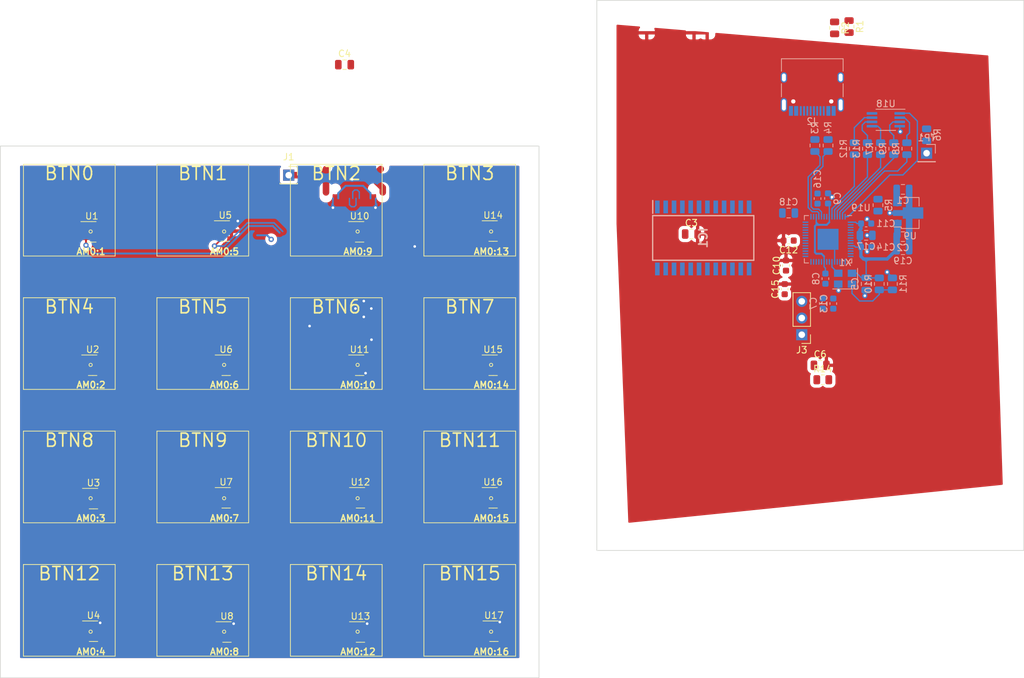
<source format=kicad_pcb>
(kicad_pcb (version 20211014) (generator pcbnew)

  (general
    (thickness 1.6)
  )

  (paper "A4")
  (layers
    (0 "F.Cu" signal)
    (31 "B.Cu" signal)
    (34 "B.Paste" user)
    (35 "F.Paste" user)
    (36 "B.SilkS" user "B.Silkscreen")
    (37 "F.SilkS" user "F.Silkscreen")
    (38 "B.Mask" user)
    (39 "F.Mask" user)
    (40 "Dwgs.User" user "User.Drawings")
    (41 "Cmts.User" user "User.Comments")
    (44 "Edge.Cuts" user)
    (45 "Margin" user)
    (46 "B.CrtYd" user "B.Courtyard")
    (47 "F.CrtYd" user "F.Courtyard")
    (48 "B.Fab" user)
    (49 "F.Fab" user)
  )

  (setup
    (stackup
      (layer "F.SilkS" (type "Top Silk Screen"))
      (layer "F.Paste" (type "Top Solder Paste"))
      (layer "F.Mask" (type "Top Solder Mask") (thickness 0.01))
      (layer "F.Cu" (type "copper") (thickness 0.035))
      (layer "dielectric 1" (type "core") (thickness 1.51) (material "FR4") (epsilon_r 4.5) (loss_tangent 0.02))
      (layer "B.Cu" (type "copper") (thickness 0.035))
      (layer "B.Mask" (type "Bottom Solder Mask") (thickness 0.01))
      (layer "B.Paste" (type "Bottom Solder Paste"))
      (layer "B.SilkS" (type "Bottom Silk Screen"))
      (copper_finish "None")
      (dielectric_constraints no)
    )
    (pad_to_mask_clearance 0)
    (pcbplotparams
      (layerselection 0x00010fc_ffffffff)
      (disableapertmacros false)
      (usegerberextensions false)
      (usegerberattributes true)
      (usegerberadvancedattributes true)
      (creategerberjobfile true)
      (svguseinch false)
      (svgprecision 6)
      (excludeedgelayer true)
      (plotframeref false)
      (viasonmask false)
      (mode 1)
      (useauxorigin false)
      (hpglpennumber 1)
      (hpglpenspeed 20)
      (hpglpendiameter 15.000000)
      (dxfpolygonmode true)
      (dxfimperialunits true)
      (dxfusepcbnewfont true)
      (psnegative false)
      (psa4output false)
      (plotreference true)
      (plotvalue true)
      (plotinvisibletext false)
      (sketchpadsonfab false)
      (subtractmaskfromsilk false)
      (outputformat 1)
      (mirror false)
      (drillshape 1)
      (scaleselection 1)
      (outputdirectory "")
    )
  )

  (net 0 "")
  (net 1 "/AM0:1")
  (net 2 "/AM0:0")
  (net 3 "+5V")
  (net 4 "GND")
  (net 5 "/RP2040/GPIO1")
  (net 6 "/RP2040/GPIO2")
  (net 7 "/RP2040/GPIO3")
  (net 8 "/RP2040/GPIO4")
  (net 9 "/RP2040/GPIO5")
  (net 10 "/RP2040/GPIO6")
  (net 11 "/RP2040/GPIO7")
  (net 12 "/RP2040/GPIO8")
  (net 13 "/RP2040/GPIO9")
  (net 14 "/RP2040/GPIO10")
  (net 15 "/RP2040/GPIO11")
  (net 16 "/RP2040/GPIO12")
  (net 17 "/RP2040/GPIO13")
  (net 18 "/RP2040/GPIO14")
  (net 19 "/RP2040/GPIO15")
  (net 20 "/RP2040/RUN")
  (net 21 "/RP2040/GPIO16")
  (net 22 "/RP2040/GPIO17")
  (net 23 "/RP2040/GPIO22")
  (net 24 "/RP2040/GPIO23")
  (net 25 "/RP2040/GPIO24")
  (net 26 "/RP2040/GPIO25")
  (net 27 "/RP2040/ADC0 - GPIO26")
  (net 28 "/RP2040/ADC1 - GPIO27")
  (net 29 "/RP2040/ADC2 - GPIO28")
  (net 30 "/RP2040/ADC3 - GPIO29")
  (net 31 "Net-(J2-PadA5)")
  (net 32 "Net-(J2-PadA6)")
  (net 33 "/AM0:5")
  (net 34 "/AM0:4")
  (net 35 "/AM0:3")
  (net 36 "/AM0:2")
  (net 37 "/AM0:7")
  (net 38 "/AM0:6")
  (net 39 "/AM0:15")
  (net 40 "/AM0:14")
  (net 41 "/AM0:13")
  (net 42 "/AM0:12")
  (net 43 "/AM0:11")
  (net 44 "/AM0:10")
  (net 45 "/AM0:9")
  (net 46 "/AM0:8")
  (net 47 "Net-(J2-PadA7)")
  (net 48 "unconnected-(J2-PadA8)")
  (net 49 "Net-(J2-PadB5)")
  (net 50 "unconnected-(J2-PadB8)")
  (net 51 "Net-(R5-Pad2)")
  (net 52 "Net-(U18-Pad2)")
  (net 53 "Net-(U18-Pad3)")
  (net 54 "Net-(U18-Pad5)")
  (net 55 "Net-(U18-Pad6)")
  (net 56 "Net-(U18-Pad7)")
  (net 57 "/RP2040/3v3")
  (net 58 "Net-(U19-Pad20)")
  (net 59 "unconnected-(U19-Pad21)")
  (net 60 "/RP2040/1v1")
  (net 61 "/RP2040/SWCLK")
  (net 62 "/RP2040/SWD")
  (net 63 "/RP2040/USB_D-")
  (net 64 "/RP2040/USB_D+")
  (net 65 "/A0")
  (net 66 "/A1")
  (net 67 "/A3")
  (net 68 "/A2")
  (net 69 "/~{E}")
  (net 70 "Net-(U19-Pad51)")
  (net 71 "Net-(U19-Pad52)")
  (net 72 "Net-(U19-Pad53)")
  (net 73 "Net-(U19-Pad54)")
  (net 74 "Net-(U19-Pad55)")
  (net 75 "Net-(R10-Pad2)")
  (net 76 "/RP2040/~{BOOT_SEL}")
  (net 77 "/shield")

  (footprint "Package_TO_SOT_SMD:SOT-23" (layer "F.Cu") (at 120.015 72.39))

  (footprint "void_switch:VoidSwitch_1u_SMD" (layer "F.Cu") (at 96.139 89.408))

  (footprint "Package_TO_SOT_SMD:SOT-23" (layer "F.Cu") (at 59.182 92.71))

  (footprint "Package_TO_SOT_SMD:SOT-23" (layer "F.Cu") (at 59.055 72.39))

  (footprint "void_switch:VoidSwitch_1u_SMD" (layer "F.Cu") (at 96.139 109.728))

  (footprint "Capacitor_SMD:C_0805_2012Metric" (layer "F.Cu") (at 169.8 72.4))

  (footprint "Package_TO_SOT_SMD:SOT-23" (layer "F.Cu") (at 120.015 92.583))

  (footprint "Resistor_SMD:R_0805_2012Metric" (layer "F.Cu") (at 170.2 74.6))

  (footprint "Capacitor_SMD:C_0603_1608Metric" (layer "F.Cu") (at 164.6 57.2 90))

  (footprint "void_switch:VoidSwitch_1u_SMD" (layer "F.Cu") (at 116.459 69.088))

  (footprint "Package_TO_SOT_SMD:SOT-23" (layer "F.Cu") (at 58.928 52.07))

  (footprint "Package_TO_SOT_SMD:SOT-23" (layer "F.Cu") (at 79.502 113.03))

  (footprint "void_switch:VoidSwitch_1u_SMD" (layer "F.Cu") (at 55.499 109.728))

  (footprint "Capacitor_SMD:C_0603_1608Metric" (layer "F.Cu") (at 164.4 60.8 90))

  (footprint "Package_TO_SOT_SMD:SOT-23" (layer "F.Cu") (at 99.822 92.583))

  (footprint "Package_TO_SOT_SMD:SOT-23" (layer "F.Cu") (at 120.142 112.903))

  (footprint "Capacitor_SMD:C_0805_2012Metric" (layer "F.Cu") (at 150.2 52.4))

  (footprint "void_switch:VoidSwitch_1u_SMD" (layer "F.Cu") (at 55.499 48.768))

  (footprint "void_switch:VoidSwitch_1u_SMD" (layer "F.Cu") (at 75.819 109.728))

  (footprint "Resistor_SMD:R_0805_2012Metric" (layer "F.Cu") (at 172 21 -90))

  (footprint "Capacitor_SMD:C_0805_2012Metric" (layer "F.Cu") (at 97.4 26.6))

  (footprint "void_switch:VoidSwitch_1u_SMD" (layer "F.Cu") (at 116.459 89.408))

  (footprint "Package_TO_SOT_SMD:SOT-23" (layer "F.Cu") (at 120.015 51.943))

  (footprint "void_switch:VoidSwitch_1u_SMD" (layer "F.Cu") (at 55.499 69.088))

  (footprint "void_switch:VoidSwitch_1u_SMD" (layer "F.Cu") (at 75.819 69.088))

  (footprint "void_switch:VoidSwitch_1u_SMD" (layer "F.Cu") (at 96.139 69.088))

  (footprint "void_switch:VoidSwitch_1u_SMD" (layer "F.Cu") (at 96.139 48.768))

  (footprint "Capacitor_SMD:C_0603_1608Metric" (layer "F.Cu") (at 165 53.4 180))

  (footprint "void_switch:VoidSwitch_1u_SMD" (layer "F.Cu") (at 116.459 109.728))

  (footprint "Package_TO_SOT_SMD:SOT-23" (layer "F.Cu") (at 79.248 51.943))

  (footprint "Package_TO_SOT_SMD:SOT-23" (layer "F.Cu") (at 99.695 52.07))

  (footprint "Package_TO_SOT_SMD:SOT-23" (layer "F.Cu") (at 59.182 112.903))

  (footprint "void_switch:VoidSwitch_1u_SMD" (layer "F.Cu") (at 75.819 89.408))

  (footprint "Package_TO_SOT_SMD:SOT-23" (layer "F.Cu") (at 79.375 72.39))

  (footprint "void_switch:VoidSwitch_1u_SMD" (layer "F.Cu") (at 55.499 89.408))

  (footprint "Resistor_SMD:R_0805_2012Metric" (layer "F.Cu") (at 174.2 20.8 -90))

  (footprint "Package_TO_SOT_SMD:SOT-23" (layer "F.Cu") (at 99.822 113.03))

  (footprint "Connector_PinSocket_2.54mm:PinSocket_1x01_P2.54mm_Vertical" (layer "F.Cu") (at 88.9 43.434))

  (footprint "void_switch:VoidSwitch_1u_SMD" (layer "F.Cu") (at 116.459 48.768))

  (footprint "Package_TO_SOT_SMD:SOT-23" (layer "F.Cu") (at 79.375 92.583))

  (footprint "void_switch:VoidSwitch_1u_SMD" (layer "F.Cu") (at 75.819 48.768))

  (footprint "Connector_PinHeader_2.54mm:PinHeader_1x03_P2.54mm_Vertical" (layer "F.Cu") (at 167 67.74 180))

  (footprint "Package_TO_SOT_SMD:SOT-23" (layer "F.Cu") (at 99.695 72.39))

  (footprint "Capacitor_SMD:C_0603_1608Metric" (layer "B.Cu") (at 170.2 62.975 -90))

  (footprint "Package_DFN_QFN:QFN-56-1EP_7x7mm_P0.4mm_EP3.2x3.2mm" (layer "B.Cu") (at 171 53.2 180))

  (footprint "Resistor_SMD:R_0805_2012Metric" (layer "B.Cu") (at 171 38.9125 -90))

  (footprint "Resistor_SMD:R_0805_2012Metric" (layer "B.Cu") (at 181 39.4 -90))

  (footprint "Capacitor_SMD:C_0805_2012Metric" (layer "B.Cu") (at 165 49.2 180))

  (footprint "Package_SO:MSOP-8_3x3mm_P0.65mm" (layer "B.Cu") (at 179.8 35 180))

  (footprint "Package_TO_SOT_SMD:SOT-89-3" (layer "B.Cu") (at 183.2 49.2))

  (footprint "Connector_PinHeader_2.54mm:PinHeader_1x01_P2.54mm_Vertical" (layer "B.Cu") (at 186 40.0875 180))

  (footprint "Resistor_SMD:R_0805_2012Metric" (layer "B.Cu") (at 178.8 60 -90))

  (footprint "Resistor_SMD:R_0805_2012Metric" (layer "B.Cu") (at 177 39.4 -90))

  (footprint "Capacitor_SMD:C_0805_2012Metric" (layer "B.Cu") (at 176.8 52.6))

  (footprint "Capacitor_SMD:C_0603_1608Metric" (layer "B.Cu") (at 169.4 47 90))

  (footprint "Capacitor_SMD:C_0603_1608Metric" (layer "B.Cu") (at 176.8 50.8))

  (footprint "Capacitor_SMD:C_0805_2012Metric" (layer "B.Cu") (at 182.4 45.6))

  (footprint "Connector_USB:USB_C_Receptacle_HRO_TYPE-C-31-M-12" (layer "B.Cu")
    (tedit 5D3C0721) (tstamp a4ef6f02-cf76-498b-8767-ee262de3a195)
    (at 168.6 29.6)
    (descr "USB Type-C receptacle for USB 2.0 and PD, http://www.krhro.com/uploads/soft/180320/1-1P320120243.pdf")
    (tags "usb usb-c 2.0 pd")
    (property "Sheetfile" "HR_ANE10-2_PCB2.kicad_sch")
    (property "Sheetname" "")
    (path "/872a1a45-0964-48b1-91a7-c4c334c68e35")
    (attr smd)
    (fp_text reference "J2" (at 0 5.645) (layer "B.SilkS")
      (effects (font (size 1 1) (thickness 0.15)) (justify mirror))
      (tstamp 1fc8accf-ffed-4046-a777-2d0de822cb1c)
    )
    (fp_text value "USB_C_Receptacle_USB2.0" (at 0 -5.1) (layer "B.Fab")
      (effects (font (size 1 1) (thickness 0.15)) (justify mirror))
      (tstamp 7203ac69-c8df-4e76-a74c-393f5a4d6421)
    )
    (fp_text user "${REFERENCE}" (at 0 0) (layer "B.Fab")
      (effects (font (size 1 1) (thickness 0.15)) (justify mirror))
      (tstamp e0a012ff-3d7a-46f5-820f-f710184e3cc1)
    )
    (fp_line (start 4.7 1.9) (end 4.7 -0.1) (layer "B.SilkS") (width 0.12) (tstamp 2ed7e14e-3dbd-4d21-bf85-fc80bb7c5a1f))
    (fp_line (start -4.7 1.9) (end -4.7 -0.1) (layer "B.SilkS") (width 0.12) (tstamp 42dd8786-8ef8-40e5-b4a2-0d035ff31fa0))
    (fp_line (start -4.7 -2) (end -4.7 -3.9) (layer "B.SilkS") (width 0.12) (tstamp 52074897-038b-4ff7-ac71-3ea9ae3ffeb9))
    (fp_line (start -4.7 -3.9) (end 4.7 -3.9) (layer "B.SilkS") (width 0.12) (tstamp a0fde083-af89-44c4-9e8b-2fcf525f9f6a))
    (fp_line (start 4.7 -2) (end 4.7 -3.9) (layer "B.SilkS") (width 0.12) (tstamp bd843f53-027c-4812-bc2d-b20ccbc75eb5))
    (fp_line (start -5.32 5.27) (end -5.32 -4.15) (layer "B.CrtYd") (width 0.05) (tstamp 0308d3fe-1270-4861-b94c-53c338ddf34e))
    (fp_line (start -5.32 -4.15) (end 5.32 -4.15) (layer "B.CrtYd") (width 0.05) (tstamp 4fb802f6-8a3e-4460-b699-0302a84d0470))
    (fp_line (start -5.32 5.27) (end 5.32 5.27) (layer "B.CrtYd") (width 0.05) (tstamp 7cb79c3c-9931-40e1-98bb-a3d27f8a7daa))
    (fp_line (start 5.32 5.27) (end 5.32 -4.15) (layer "B.CrtYd") (width 0.05) (tstamp 85a7855c-466f-44da-a131-eeaebcce6500))
    (fp_line (start -4.47 -3.65) (end 4.47 -3.65) (layer "B.Fab") (width 0.1) (tstamp b7bbaa14-b28c-4616-8c20-7ea87bc32064))
    (fp_line (start -4.47 3.65) (end -4.47 -3.65) (layer "B.Fab") (width 0.1) (tstamp d2c51979-1c3d-42f7-81
... [306858 chars truncated]
</source>
